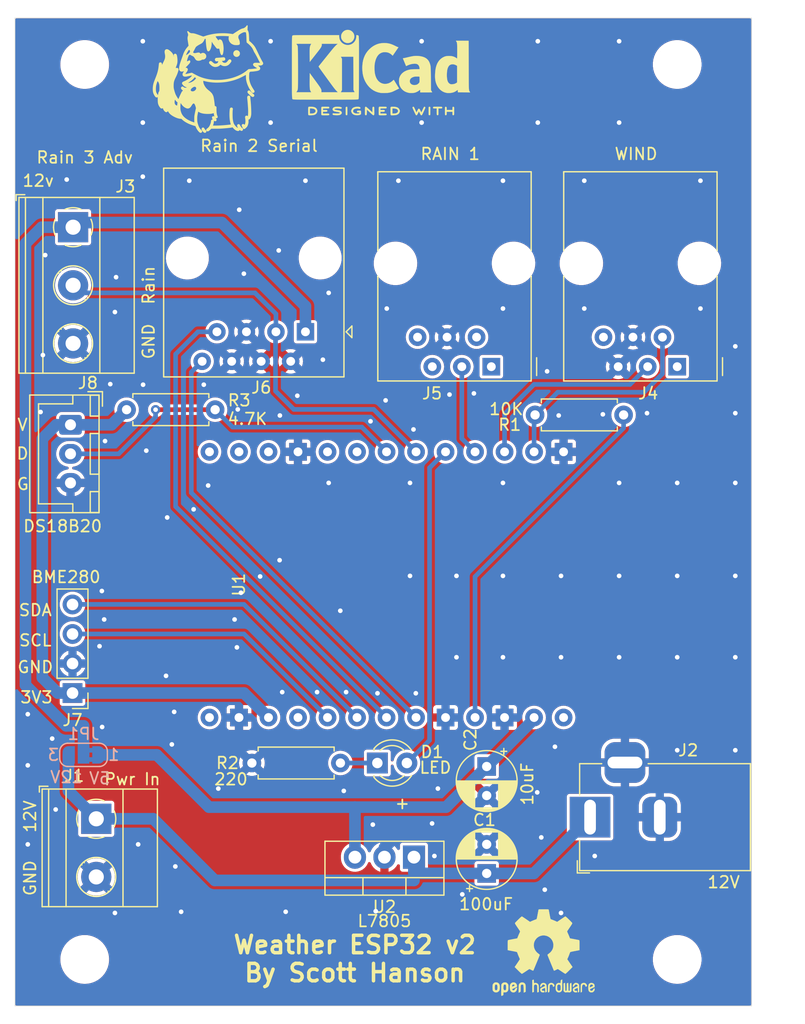
<source format=kicad_pcb>
(kicad_pcb (version 20221018) (generator pcbnew)
  (title_block (title "Weather ESP32") (date "2023-07-03") (rev "v2") (company "Scott Hanson"))
  (layers (0 "F.Cu" signal) (31 "B.Cu" signal) (34 "B.Paste" user) (35 "F.Paste" user) (36 "B.SilkS" user "B.Silkscreen") (37 "F.SilkS" user "F.Silkscreen") (38 "B.Mask" user) (39 "F.Mask" user) (44 "Edge.Cuts" user))
  (net 0 "")
  (net 1 "GND")
  (net 2 "+5V")
  (net 3 "+3V3")
  (net 6 "+12V")
  (net 8 "WDIR")
  (net 9 "WSPEED")
  (net 13 "TXD")
  (net 14 "RXD")
  (net 15 "RAIN1")
  (net 16 "RAIN2")
  (net 17 "Net-(D1-K)")
  (net 18 "Net-(D1-A)")
  (net 19 "SCL")
  (net 20 "SDA")
  (net 21 "1-Wire")
  (net 22 "RAIN_PWR")
  (net 30 "+3.3VP")
  (footprint "TerminalBlock_Phoenix:TerminalBlock_Phoenix_MKDS-1,5-3_1x03_P5.00mm_Horizontal" (layer "F.Cu") (at 124 77 -90)
    (fp_text reference "J3" (at -3.5 -4.5) (layer "F.SilkS"))
    (fp_text value "Rain 3 Adv" (at -6 -1) (layer "F.SilkS"))
    (pad "1" thru_hole rect (at 0 0 270) (size 2.6 2.6) (drill 1.3) (layers "*.Cu" "*.Mask") (net 22 "RAIN_PWR"))
    (pad "2" thru_hole circle (at 5 0 270) (size 2.6 2.6) (drill 1.3) (layers "*.Cu" "*.Mask") (net 16 "RAIN2"))
    (pad "3" thru_hole circle (at 10 0 270) (size 2.6 2.6) (drill 1.3) (layers "*.Cu" "*.Mask") (net 1 "GND"))
  )
  (footprint "Resistor_THT:R_Axial_DIN0207_L6.3mm_D2.5mm_P7.62mm_Horizontal" (layer "F.Cu") (at 171.385 93.15 180)
    (fp_text reference "R1" (at 9.8 -0.85) (layer "F.SilkS"))
    (fp_text value "10K" (at 10.1 0.5) (layer "F.SilkS"))
    (pad "1" thru_hole circle (at 0 0 180) (size 1.6 1.6) (drill 0.8) (layers "*.Cu" "*.Mask") (net 30 "+3.3VP"))
    (pad "2" thru_hole oval (at 7.62 0 180) (size 1.6 1.6) (drill 0.8) (layers "*.Cu" "*.Mask") (net 8 "WDIR"))
  )
  (footprint "TerminalBlock_Phoenix:TerminalBlock_Phoenix_MKDS-1,5-2_1x02_P5.00mm_Horizontal" (layer "F.Cu") (at 125.995 127.9 -90)
    (fp_text reference "J1" (at -3.7 1.9) (layer "F.SilkS"))
    (fp_text value "Pwr In" (at -3.408988 -3.1) (layer "F.SilkS"))
    (pad "1" thru_hole rect (at 0 0 270) (size 2.6 2.6) (drill 1.3) (layers "*.Cu" "*.Mask") (net 6 "+12V"))
    (pad "2" thru_hole circle (at 5 0 270) (size 2.6 2.6) (drill 1.3) (layers "*.Cu" "*.Mask") (net 1 "GND"))
  )
  (footprint "Capacitor_THT:CP_Radial_D5.0mm_P2.50mm" (layer "F.Cu") (at 159.6 132.6 90)
    (fp_text reference "C1" (at 4.6 -0.19 180) (layer "F.SilkS"))
    (fp_text value "100uF" (at -2.65 -0.05 180) (layer "F.SilkS"))
    (pad "1" thru_hole rect (at 0 0 90) (size 1.6 1.6) (drill 0.8) (layers "*.Cu" "*.Mask") (net 6 "+12V"))
    (pad "2" thru_hole circle (at 2.5 0 90) (size 1.6 1.6) (drill 0.8) (layers "*.Cu" "*.Mask") (net 1 "GND"))
  )
  (footprint "Capacitor_THT:CP_Radial_D5.0mm_P2.50mm" (layer "F.Cu") (at 159.6 123.4 -90)
    (fp_text reference "C2" (at -2.3 1.4 -270) (layer "F.SilkS"))
    (fp_text value "10uF" (at 1.5 -3.5 -270) (layer "F.SilkS"))
    (pad "1" thru_hole rect (at 0 0 270) (size 1.6 1.6) (drill 0.8) (layers "*.Cu" "*.Mask") (net 2 "+5V"))
    (pad "2" thru_hole circle (at 2.5 0 270) (size 1.6 1.6) (drill 0.8) (layers "*.Cu" "*.Mask") (net 1 "GND"))
  )
  (footprint "MountingHole:MountingHole_3.7mm" (layer "F.Cu") (at 176 140)
    (fp_text reference "H1")
    (fp_text value "MountingHole")
    (pad "" np_thru_hole circle (at 0 0) (size 3.7 3.7) (drill 3.7) (layers "*.Cu" "*.Mask"))
  )
  (footprint "MountingHole:MountingHole_3.7mm" (layer "F.Cu") (at 125 63)
    (fp_text reference "H2")
    (fp_text value "MountingHole")
    (pad "" np_thru_hole circle (at 0 0) (size 3.7 3.7) (drill 3.7) (layers "*.Cu" "*.Mask"))
  )
  (footprint "MountingHole:MountingHole_3.7mm" (layer "F.Cu") (at 176 63)
    (fp_text reference "H3")
    (fp_text value "MountingHole")
    (pad "" np_thru_hole circle (at 0 0) (size 3.7 3.7) (drill 3.7) (layers "*.Cu" "*.Mask"))
  )
  (footprint "MountingHole:MountingHole_3.7mm" (layer "F.Cu") (at 125 140)
    (fp_text reference "H4")
    (fp_text value "MountingHole")
    (pad "" np_thru_hole circle (at 0 0) (size 3.7 3.7) (drill 3.7) (layers "*.Cu" "*.Mask"))
  )
  (footprint "Connector_RJ:RJ12_Amphenol_54601" (layer "F.Cu") (at 176 89 180)
    (fp_text reference "J4" (at 2.5 -2.3 180) (layer "F.SilkS"))
    (fp_text value "WIND" (at 3.54 18.3) (layer "F.SilkS"))
    (pad "" np_thru_hole circle (at -1.91 8.89 180) (size 3.25 3.25) (drill 3.25) (layers "*.Cu" "*.Mask"))
    (pad "" np_thru_hole circle (at 8.25 8.89 180) (size 3.25 3.25) (drill 3.25) (layers "*.Cu" "*.Mask"))
    (pad "1" thru_hole rect (at 0 0 180) (size 1.52 1.52) (drill 0.76) (layers "*.Cu" "*.Mask"))
    (pad "2" thru_hole circle (at 1.27 2.54 180) (size 1.52 1.52) (drill 0.76) (layers "*.Cu" "*.Mask") (net 8 "WDIR"))
    (pad "3" thru_hole circle (at 2.54 0 180) (size 1.52 1.52) (drill 0.76) (layers "*.Cu" "*.Mask") (net 9 "WSPEED"))
    (pad "4" thru_hole circle (at 3.81 2.54 180) (size 1.52 1.52) (drill 0.76) (layers "*.Cu" "*.Mask") (net 1 "GND"))
    (pad "5" thru_hole circle (at 5.08 0 180) (size 1.52 1.52) (drill 0.76) (layers "*.Cu" "*.Mask") (net 1 "GND"))
    (pad "6" thru_hole circle (at 6.35 2.54 180) (size 1.52 1.52) (drill 0.76) (layers "*.Cu" "*.Mask"))
  )
  (footprint "Connector_RJ:RJ12_Amphenol_54601" (layer "F.Cu") (at 160 89 180)
    (fp_text reference "J5" (at 5.1 -2.3) (layer "F.SilkS"))
    (fp_text value "RAIN 1" (at 3.54 18.3) (layer "F.SilkS"))
    (pad "" np_thru_hole circle (at -1.91 8.89 180) (size 3.25 3.25) (drill 3.25) (layers "*.Cu" "*.Mask"))
    (pad "" np_thru_hole circle (at 8.25 8.89 180) (size 3.25 3.25) (drill 3.25) (layers "*.Cu" "*.Mask"))
    (pad "1" thru_hole rect (at 0 0 180) (size 1.52 1.52) (drill 0.76) (layers "*.Cu" "*.Mask"))
    (pad "2" thru_hole circle (at 1.27 2.54 180) (size 1.52 1.52) (drill 0.76) (layers "*.Cu" "*.Mask"))
    (pad "3" thru_hole circle (at 2.54 0 180) (size 1.52 1.52) (drill 0.76) (layers "*.Cu" "*.Mask") (net 15 "RAIN1"))
    (pad "4" thru_hole circle (at 3.81 2.54 180) (size 1.52 1.52) (drill 0.76) (layers "*.Cu" "*.Mask") (net 1 "GND"))
    (pad "5" thru_hole circle (at 5.08 0 180) (size 1.52 1.52) (drill 0.76) (layers "*.Cu" "*.Mask"))
    (pad "6" thru_hole circle (at 6.35 2.54 180) (size 1.52 1.52) (drill 0.76) (layers "*.Cu" "*.Mask"))
  )
  (footprint "Connector_RJ:RJ45_Amphenol_54602-x08_Horizontal" (layer "F.Cu") (at 144 86 180)
    (fp_text reference "J6" (at 3.8 -4.8) (layer "F.SilkS"))
    (fp_text value "Rain 2 Serial" (at 4 16) (layer "F.SilkS"))
    (pad "" np_thru_hole circle (at -1.27 6.35 180) (size 3.2 3.2) (drill 3.2) (layers "*.Cu" "*.Mask"))
    (pad "" np_thru_hole circle (at 10.16 6.35 180) (size 3.2 3.2) (drill 3.2) (layers "*.Cu" "*.Mask"))
    (pad "1" thru_hole rect (at 0 0 180) (size 1.5 1.5) (drill 0.76) (layers "*.Cu" "*.Mask") (net 22 "RAIN_PWR"))
    (pad "2" thru_hole circle (at 1.27 -2.54 180) (size 1.5 1.5) (drill 0.76) (layers "*.Cu" "*.Mask") (net 1 "GND"))
    (pad "3" thru_hole circle (at 2.54 0 180) (size 1.5 1.5) (drill 0.76) (layers "*.Cu" "*.Mask") (net 16 "RAIN2"))
    (pad "4" thru_hole circle (at 3.81 -2.54 180) (size 1.5 1.5) (drill 0.76) (layers "*.Cu" "*.Mask") (net 1 "GND"))
    (pad "5" thru_hole circle (at 5.08 0 180) (size 1.5 1.5) (drill 0.76) (layers "*.Cu" "*.Mask") (net 1 "GND"))
    (pad "6" thru_hole circle (at 6.35 -2.54 180) (size 1.5 1.5) (drill 0.76) (layers "*.Cu" "*.Mask") (net 1 "GND"))
    (pad "7" thru_hole circle (at 7.62 0 180) (size 1.5 1.5) (drill 0.76) (layers "*.Cu" "*.Mask") (net 14 "RXD"))
    (pad "8" thru_hole circle (at 8.89 -2.54 180) (size 1.5 1.5) (drill 0.76) (layers "*.Cu" "*.Mask") (net 13 "TXD"))
  )
  (footprint "Package_TO_SOT_THT:TO-220-3_Vertical" (layer "F.Cu") (at 153.34 131.2 180)
    (fp_text reference "U2" (at 2.54 -4.27) (layer "F.SilkS"))
    (fp_text value "L7805" (at 2.54 -5.5) (layer "F.SilkS"))
    (pad "1" thru_hole rect (at 0 0 180) (size 1.905 2) (drill 1.1) (layers "*.Cu" "*.Mask") (net 6 "+12V"))
    (pad "2" thru_hole oval (at 2.54 0 180) (size 1.905 2) (drill 1.1) (layers "*.Cu" "*.Mask") (net 1 "GND"))
    (pad "3" thru_hole oval (at 5.08 0 180) (size 1.905 2) (drill 1.1) (layers "*.Cu" "*.Mask") (net 2 "+5V"))
  )
  (footprint "Weather_ESP32:BarrelJack_Horizontal" (layer "F.Cu") (at 168.5 127.7575 180)
    (fp_text reference "J2" (at -8.45 5.75) (layer "F.SilkS"))
    (fp_text value "12V" (at -11.5 -5.6) (layer "F.SilkS"))
    (pad "1" thru_hole rect (at 0 0 180) (size 3.5 3.5) (drill oval 1 3) (layers "*.Cu" "*.Mask") (net 6 "+12V"))
    (pad "2" thru_hole roundrect (at -6 0 180) (size 3 3.5) (drill oval 1 3) (layers "*.Cu" "*.Mask") (net 1 "GND"))
    (pad "MP" thru_hole roundrect (at -3 4.7 180) (size 3.5 3.5) (drill oval 3 1) (layers "*.Cu" "*.Mask") (net 1 "GND"))
  )
  (footprint "Symbol:OSHW-Logo2_9.8x8mm_SilkScreen" (layer "F.Cu") (at 164.5 139.4)
    (fp_text reference "REF**" hide)
    (fp_text value "OSHW-Logo2_9.8x8mm_SilkScreen" hide)
  )
  (footprint "Symbol:KiCad-Logo2_6mm_SilkScreen" (layer "F.Cu") (at 150.5 63)
    (fp_text reference "REF**" hide)
    (fp_text value "KiCad-Logo2_6mm_SilkScreen" hide)
  )
  (footprint "Resistor_THT:R_Axial_DIN0207_L6.3mm_D2.5mm_P7.62mm_Horizontal" (layer "F.Cu") (at 139.39 123.1)
    (fp_text reference "R2" (at -2.1 0) (layer "F.SilkS"))
    (fp_text value "220" (at -1.8 1.4) (layer "F.SilkS"))
    (pad "1" thru_hole circle (at 0 0) (size 1.6 1.6) (drill 0.8) (layers "*.Cu" "*.Mask") (net 1 "GND"))
    (pad "2" thru_hole oval (at 7.62 0) (size 1.6 1.6) (drill 0.8) (layers "*.Cu" "*.Mask") (net 17 "Net-(D1-K)"))
  )
  (footprint "Resistor_THT:R_Axial_DIN0207_L6.3mm_D2.5mm_P7.62mm_Horizontal" (layer "F.Cu") (at 136.225 92.7 180)
    (fp_text reference "R3" (at -2.075 0.8) (layer "F.SilkS"))
    (fp_text value "4.7K" (at -2.775 -0.8) (layer "F.SilkS"))
    (pad "1" thru_hole circle (at 0 0 180) (size 1.6 1.6) (drill 0.8) (layers "*.Cu" "*.Mask") (net 21 "1-Wire"))
    (pad "2" thru_hole oval (at 7.62 0 180) (size 1.6 1.6) (drill 0.8) (layers "*.Cu" "*.Mask") (net 3 "+3V3"))
  )
  (footprint "Connector_JST:JST_XH_B3B-XH-A_1x03_P2.50mm_Vertical" (layer "F.Cu") (at 123.775 94 -90)
    (fp_text reference "J8" (at -3.6 -1.5) (layer "F.SilkS"))
    (fp_text value "DS18B20" (at 8.725 0.675) (layer "F.SilkS"))
    (pad "1" thru_hole roundrect (at 0 0 270) (size 1.7 1.95) (drill 0.95) (layers "*.Cu" "*.Mask") (roundrect_rratio 0.1470588235) (net 3 "+3V3"))
    (pad "2" thru_hole oval (at 2.5 0 270) (size 1.7 1.95) (drill 0.95) (layers "*.Cu" "*.Mask") (net 21 "1-Wire"))
    (pad "3" thru_hole oval (at 5 0 270) (size 1.7 1.95) (drill 0.95) (layers "*.Cu" "*.Mask") (net 1 "GND"))
  )
  (footprint "Weather_ESP32:chewi_15" (layer "F.Cu") (at 135.4 63.1)
    (fp_text reference "G***")
    (fp_text value "LOGO" hide)
  )
  (footprint "Connector_PinHeader_2.54mm:PinHeader_1x04_P2.54mm_Vertical" (layer "F.Cu") (at 123.95 117.08 180)
    (fp_text reference "J7" (at 0 -2.33) (layer "F.SilkS"))
    (fp_text value "BME280" (at 0.55 9.98) (layer "F.SilkS"))
    (pad "1" thru_hole rect (at 0 0 180) (size 1.7 1.7) (drill 1) (layers "*.Cu" "*.Mask") (net 3 "+3V3"))
    (pad "2" thru_hole oval (at 0 2.54 180) (size 1.7 1.7) (drill 1) (layers "*.Cu" "*.Mask") (net 1 "GND"))
    (pad "3" thru_hole oval (at 0 5.08 180) (size 1.7 1.7) (drill 1) (layers "*.Cu" "*.Mask") (net 19 "SCL"))
    (pad "4" thru_hole oval (at 0 7.62 180) (size 1.7 1.7) (drill 1) (layers "*.Cu" "*.Mask") (net 20 "SDA"))
  )
  (footprint "LED_THT:LED_D3.0mm" (layer "F.Cu") (at 150.19 123.1)
    (fp_text reference "D1" (at 4.71 -0.95) (layer "F.SilkS"))
    (fp_text value "LED" (at 5 0.4) (layer "F.SilkS"))
    (pad "1" thru_hole rect (at 0 0) (size 1.8 1.8) (drill 0.9) (layers "*.Cu" "*.Mask") (net 17 "Net-(D1-K)"))
    (pad "2" thru_hole circle (at 2.54 0) (size 1.8 1.8) (drill 0.9) (layers "*.Cu" "*.Mask") (net 18 "Net-(D1-A)"))
  )
  (footprint "ESP32:WT32_ETH01" (layer "F.Cu") (at 131.95 107.05 90)
    (fp_text reference "U1" (at -0.70612 6.31952 90) (layer "F.SilkS"))
    (fp_text value "WT32_ETH01")
    (pad "1" thru_hole circle (at -12.13612 3.78968 90) (size 1.524 1.524) (drill 0.762) (layers "*.Cu" "*.Mask"))
    (pad "2" thru_hole rect (at -12.13612 6.32968 90) (size 1.524 1.524) (drill 0.762) (layers "*.Cu" "*.Mask") (net 1 "GND"))
    (pad "3" thru_hole circle (at -12.13612 8.86968 90) (size 1.524 1.524) (drill 0.762) (layers "*.Cu" "*.Mask") (net 3 "+3V3"))
    (pad "4" thru_hole circle (at -12.13612 11.40968 90) (size 1.524 1.524) (drill 0.762) (layers "*.Cu" "*.Mask"))
    (pad "5" thru_hole circle (at -12.13612 13.94968 90) (size 1.524 1.524) (drill 0.762) (layers "*.Cu" "*.Mask") (net 19 "SCL"))
    (pad "6" thru_hole circle (at -12.13612 16.48968 90) (size 1.524 1.524) (drill 0.762) (layers "*.Cu" "*.Mask") (net 20 "SDA"))
    (pad "7" thru_hole circle (at -12.13612 19.02968 90) (size 1.524 1.524) (drill 0.762) (layers "*.Cu" "*.Mask") (net 14 "RXD"))
    (pad "8" thru_hole circle (at -12.13612 21.56968 90) (size 1.524 1.524) (drill 0.762) (layers "*.Cu" "*.Mask") (net 13 "TXD"))
    (pad "9" thru_hole rect (at -12.13612 24.10968 90) (size 1.524 1.524) (drill 0.762) (layers "*.Cu" "*.Mask") (net 1 "GND"))
    (pad "10" thru_hole circle (at -12.13612 26.64968 90) (size 1.524 1.524) (drill 0.762) (layers "*.Cu" "*.Mask") (net 30 "+3.3VP"))
    (pad "11" thru_hole rect (at -12.13612 29.18968 90) (size 1.524 1.524) (drill 0.762) (layers "*.Cu" "*.Mask") (net 1 "GND"))
    (pad "12" thru_hole circle (at -12.13612 31.72968 90) (size 1.524 1.524) (drill 0.762) (layers "*.Cu" "*.Mask") (net 2 "+5V"))
    (pad "13" thru_hole circle (at -12.13612 34.26968 90) (size 1.524 1.524) (drill 0.762) (layers "*.Cu" "*.Mask"))
    (pad "14" thru_hole circle (at 10.72388 3.78968 90) (size 1.524 1.524) (drill 0.762) (layers "*.Cu" "*.Mask"))
    (pad "15" thru_hole circle (at 10.72388 6.32968 90) (size 1.524 1.524) (drill 0.762) (layers "*.Cu" "*.Mask"))
    (pad "16" thru_hole circle (at 10.72388 8.86968 90) (size 1.524 1.524) (drill 0.762) (layers "*.Cu" "*.Mask"))
    (pad "17" thru_hole rect (at 10.72388 11.40968 90) (size 1.524 1.524) (drill 0.762) (layers "*.Cu" "*.Mask") (net 1 "GND"))
    (pad "18" thru_hole circle (at 10.72388 13.94968 90) (size 1.524 1.524) (drill 0.762) (layers "*.Cu" "*.Mask"))
    (pad "19" thru_hole circle (at 10.72388 16.48968 90) (size 1.524 1.524) (drill 0.762) (layers "*.Cu" "*.Mask"))
    (pad "20" thru_hole circle (at 10.72388 19.02968 90) (size 1.524 1.524) (drill 0.762) (layers "*.Cu" "*.Mask") (net 21 "1-Wire"))
    (pad "21" thru_hole circle (at 10.72388 21.56968 90) (size 1.524 1.524) (drill 0.762) (layers "*.Cu" "*.Mask") (net 16 "RAIN2"))
    (pad "22" thru_hole circle (at 10.72388 24.10968 90) (size 1.524 1.524) (drill 0.762) (layers "*.Cu" "*.Mask") (net 18 "Net-(D1-A)"))
    (pad "23" thru_hole circle (at 10.72388 26.64968 90) (size 1.524 1.524) (drill 0.762) (layers "*.Cu" "*.Mask") (net 15 "RAIN1"))
    (pad "24" thru_hole circle (at 10.72388 29.18968 90) (size 1.524 1.524) (drill 0.762) (layers "*.Cu" "*.Mask") (net 9 "WSPEED"))
    (pad "25" thru_hole circle (at 10.72388 31.72968 90) (size 1.524 1.524) (drill 0.762) (layers "*.Cu" "*.Mask") (net 8 "WDIR"))
    (pad "26" thru_hole rect (at 10.72388 34.26968 90) (size 1.524 1.524) (drill 0.762) (layers "*.Cu" "*.Mask") (net 1 "GND"))
  )
  (footprint "Jumper:SolderJumper-3_P1.3mm_Bridged2Bar12_RoundedPad1.0x1.5mm_NumberLabels" (layer "B.Cu") (at 124.9 122.4 180)
    (fp_text reference "JP1" (at 0 1.8) (layer "B.SilkS") (effects (justify mirror)))
    (fp_text value "Rain_PWR_Jumper")
    (fp_text user "3" (at 2.6 0) (layer "B.SilkS") (effects (justify mirror)))
    (fp_text user "1" (at -2.6 0) (layer "B.SilkS") (effects (justify mirror)))
    (fp_poly (pts (xy -0.9 -0.2) (xy -0.4 -0.2) (xy -0.4 -0.6) (xy -0.9 -0.6)) (fill solid) (layer "B.Cu"))
    (fp_poly (pts (xy -0.9 0.6) (xy -0.4 0.6) (xy -0.4 0.2) (xy -0.9 0.2)) (fill solid) (layer "B.Cu"))
    (pad "1" smd custom (at -1.3 0 180) (size 1 0.5) (layers "B.Cu" "B.Mask") (net 2 "+5V") (options (clearance outline) (anchor rect)) (primitives (gr_circle (center 0 -0.25) (end 0.5 -0.25) (width 0) (fill yes)) (gr_circle (center 0 0.25) (end 0.5 0.25) (width 0) (fill yes)) (gr_poly (pts (xy 0.55 -0.75) (xy 0 -0.75) (xy 0 0.75) (xy 0.55 0.75)) (width 0) (fill yes))))
    (pad "2" smd rect (at 0 0 180) (size 1 1.5) (layers "B.Cu" "B.Mask") (net 22 "RAIN_PWR"))
    (pad "3" smd custom (at 1.3 0 180) (size 1 0.5) (layers "B.Cu" "B.Mask") (net 6 "+12V") (options (clearance outline) (anchor rect)) (primitives (gr_circle (center 0 -0.25) (end 0.5 -0.25) (width 0) (fill yes)) (gr_circle (center 0 0.25) (end 0.5 0.25) (width 0) (fill yes)) (gr_poly (pts (xy 0 -0.75) (xy -0.55 -0.75) (xy -0.55 0.75) (xy 0 0.75)) (width 0) (fill yes))))
  )
  (gr_line (start 182.4 59) (end 119 59) (stroke (width 0.05)) (layer "Edge.Cuts"))
  (gr_line (start 182.4 144) (end 182.4 59) (stroke (width 0.05)) (layer "Edge.Cuts"))
  (gr_line (start 119 144) (end 182.4 144) (stroke (width 0.05)) (layer "Edge.Cuts"))
  (gr_line (start 119 59) (end 119 144) (stroke (width 0.05)) (layer "Edge.Cuts"))
  (gr_text "12V" (at 124.9 124.9) (layer "B.SilkS") (effects (font (size 1 1)) (justify left bottom mirror)))
  (gr_text "5V" (at 127.3 125) (layer "B.SilkS") (effects (font (size 1 1)) (justify left bottom mirror)))
  (gr_text "GND" (at 130.5 86.825 90) (layer "F.SilkS") (effects (font (size 1 1))))
  (gr_text "12v" (at 121 73) (layer "F.SilkS") (effects (font (size 1 1))))
  (gr_text "12V" (at 120.3 127.7 90) (layer "F.SilkS") (effects (font (size 1 1))))
  (gr_text "D" (at 119.65 96.475) (layer "F.SilkS") (effects (font (size 1 1))))
  (gr_text "3V3" (at 120.85 117.45) (layer "F.SilkS") (effects (font (size 1 1))))
  (gr_text "SCL" (at 120.75 112.55) (layer "F.SilkS") (effects (font (size 1 1))))
  (gr_text "V" (at 119.65 94) (layer "F.SilkS") (effects (font (size 1 1))))
  (gr_text "G" (at 119.675 99.1) (layer "F.SilkS") (effects (font (size 1 1))))
  (gr_text "SDA" (at 120.75 109.95) (layer "F.SilkS") (effects (font (size 1 1))))
  (gr_text "+" (at 152.34 126.7 180) (layer "F.SilkS") (effects (font (size 1 1))))
  (gr_text "Rain" (at 130.5 82 90) (layer "F.SilkS") (effects (font (size 1 1))))
  (gr_text "${TITLE} ${REVISION}\nBy ${COMPANY}" (at 148.25 139.95) (layer "F.SilkS") (effects (font (size 1.5 1.5) (thickness 0.3))))
  (gr_text "GND" (at 120.75 114.85) (layer "F.SilkS") (effects (font (size 1 1))))
  (gr_text "GND" (at 120.3 133 90) (layer "F.SilkS") (effects (font (size 1 1))))
  (via (at 178 84) (size 0.8) (drill 0.4) (layers "F.Cu" "B.Cu") (net 1))
  (via (at 161 107) (size 0.8) (drill 0.4) (layers "F.Cu" "B.Cu") (net 1))
  (via (at 123.45 72.9) (size 0.8) (drill 0.4) (layers "F.Cu" "B.Cu") (net 1))
  (via (at 130 68) (size 0.8) (drill 0.4) (layers "F.Cu" "B.Cu") (net 1))
  (via (at 127.7 81.3) (size 0.8) (drill 0.4) (layers "F.Cu" "B.Cu") (net 1))
  (via (at 144 73) (size 0.8) (drill 0.4) (layers "F.Cu" "B.Cu") (net 1))
  (via (at 178 73) (size 0.8) (drill 0.4) (layers "F.Cu" "B.Cu") (net 1))
  (via (at 176 99) (size 0.8) (drill 0.4) (layers "F.Cu" "B.Cu") (net 1))
  (via (at 166 136) (size 0.8) (drill 0.4) (layers "F.Cu" "B.Cu") (net 1))
  (via (at 134.375 101.275) (size 0.8) (drill 0.4) (layers "F.Cu" "B.Cu") (net 1))
  (via (at 133.3 135.9) (size 0.8) (drill 0.4) (layers "F.Cu" "B.Cu") (net 1))
  (via (at 173.4 93) (size 0.8) (drill 0.4) (layers "F.Cu" "B.Cu") (net 1))
  (via (at 176 114) (size 0.8) (drill 0.4) (layers "F.Cu" "B.Cu") (net 1))
  (via (at 165.475 121.7) (size 0.8) (drill 0.4) (layers "F.Cu" "B.Cu") (net 1))
  (via (at 146 99) (size 0.8) (drill 0.4) (layers "F.Cu" "B.Cu") (net 1))
  (via (at 126.675 110.75) (size 0.8) (drill 0.4) (layers "F.Cu" "B.Cu") (net 1))
  (via (at 130 61) (size 0.8) (drill 0.4) (layers "F.Cu" "B.Cu") (net 1))
  (via (at 130 72.65) (size 0.8) (drill 0.4) (layers "F.Cu" "B.Cu") (net 1))
  (via (at 138.1 113.15) (size 0.8) (drill 0.4) (layers "F.Cu" "B.Cu") (net 1))
  (via (at 141.7 79) (size 0.8) (drill 0.4) (layers "F.Cu" "B.Cu") (net 1))
  (via (at 147 110) (size 0.8) (drill 0.4) (layers "F.Cu" "B.Cu") (net 1))
  (via (at 153.3 94.4) (size 0.8) (drill 0.4) (layers "F.Cu" "B.Cu") (net 1))
  (via (at 181 114) (size 0.8) (drill 0.4) (layers "F.Cu" "B.Cu") (net 1))
  (via (at 126.475 108.3) (size 0.8) (drill 0.4) (layers "F.Cu" "B.Cu") (net 1))
  (via (at 153.5 117.1) (size 0.8) (drill 0.4) (layers "F.Cu" "B.Cu") (net 1))
  (via (at 132 115.6) (size 0.8) (drill 0.4) (layers "F.Cu" "B.Cu") (net 1))
  (via (at 176 122) (size 0.8) (drill 0.4) (layers "F.Cu" "B.Cu") (net 1))
  (via (at 158.5 91.3) (size 0.8) (drill 0.4) (layers "F.Cu" "B.Cu") (net 1))
  (via (at 143.3 91.5) (size 0.8) (drill 0.4) (layers "F.Cu" "B.Cu") (net 1))
  (via (at 154.9 128.3) (size 0.8) (drill 0.4) (layers "F.Cu" "B.Cu") (net 1))
  (via (at 166 107) (size 0.8) (drill 0.4) (layers "F.Cu" "B.Cu") (net 1))
  (via (at 169.6 93.1) (size 0.8) (drill 0.4) (layers "F.Cu" "B.Cu") (net 1))
  (via (at 121.6 79.4) (size 0.8) (drill 0.4) (layers "F.Cu" "B.Cu") (net 1))
  (via (at 168 73) (size 0.8) (drill 0.4) (layers "F.Cu" "B.Cu") (net 1))
  (via (at 138.45 108.45) (size 0.8) (drill 0.4) (layers "F.Cu" "B.Cu") (net 1))
  (via (at 164.6 134) (size 0.8) (drill 0.4) (layers "F.Cu" "B.Cu") (net 1))
  (via (at 127.6 84.3) (size 0.8) (drill 0.4) (layers "F.Cu" "B.Cu") (net 1))
  (via (at 130.025 90.55) (size 0.8) (drill 0.4) (layers "F.Cu" "B.Cu") (net 1))
  (via (at 161 114) (size 0.8) (drill 0.4) (layers "F.Cu" "B.Cu") (net 1))
  (via (at 129.6 130.1) (size 0.8) (drill 0.4) (layers "F.Cu" "B.Cu") (net 1))
  (via (at 142.3 135.9) (size 0.8) (drill 0.4) (layers "F.Cu" "B.Cu") (net 1))
  (via (at 171 107) (size 0.8) (drill 0.4) (layers "F.Cu" "B.Cu") (net 1))
  (via (at 151 84) (size 0.8) (drill 0.4) (layers "F.Cu" "B.Cu") (net 1))
  (via (at 127.2 90.5) (size 0.8) (drill 0.4) (layers "F.Cu" "B.Cu") (net 1))
  (via (at 122.2 121) (size 0.8) (drill 0.4) (layers "F.Cu" "B.Cu") (net 1))
  (via (at 135.625 99.225) (size 0.8) (drill 0.4) (layers "F.Cu" "B.Cu") (net 1))
  (via (at 146 82.65) (size 0.8) (drill 0.4) (layers "F.Cu" "B.Cu") (net 1))
  (via (at 166 114) (size 0.8) (drill 0.4) (layers "F.Cu" "B.Cu") (net 1))
  (via (at 141 68) (size 0.8) (drill 0.4) (layers "F.Cu" "B.Cu") (net 1))
  (via (at 181 87.25) (size 0.8) (drill 0.4) (layers "F.Cu" "B.Cu") (net 1))
  (via (at 171 99) (size 0.8) (drill 0.4) (layers "F.Cu" "B.Cu") (net 1))
  (via (at 130.3 96.225) (size 0.8) (drill 0.4) (layers "F.Cu" "B.Cu") (net 1))
  (via (at 145 117) (size 0.8) (drill 0.4) (layers "F.Cu" "B.Cu") (net 1))
  (via (at 136.5 125.3) (size 0.8) (drill 0.4) (layers "F.Cu" "B.Cu") (net 1))
  (via (at 150.2 117.1) (size 0.8) (drill 0.4) (layers "F.Cu" "B.Cu") (net 1))
  (via (at 165.8 93.2) (size 0.8) (drill 0.4) (layers "F.Cu" "B.Cu") (net 1))
  (via (at 120.1 118.9) (size 0.8) (drill 0.4) (layers "F.Cu" "B.Cu") (net 1))
  (via (at 176 107) (size 0.8) (drill 0.4) (layers "F.Cu" "B.Cu") (net 1))
  (via (at 141.775 105.65) (size 0.8) (drill 0.4) (layers "F.Cu" "B.Cu") (net 1))
  (via (at 126.275 113.05) (size 0.8) (drill 0.4) (layers "F.Cu" "B.Cu") (net 1))
  (via (at 134 73) (size 0.8) (drill 0.4) (layers "F.Cu" "B.Cu") (net 1))
  (via (at 181 107) (size 0.8) (drill 0.4) (layers "F.Cu" "B.Cu") (net 1))
  (via (at 132.7 118.7) (size 0.8) (drill 0.4) (layers "F.Cu" "B.Cu") (net 1))
  (via (at 155.4 125.3) (size 0.8) (drill 0.4) (layers "F.Cu" "B.Cu") (net 1))
  (via (at 163.95 125.625) (size 0.8) (drill 0.4) (layers "F.Cu" "B.Cu") (net 1))
  (via (at 168.9 131.1) (size 0.8) (drill 0.4) (layers "F.Cu" "B.Cu") (net 1))
  (via (at 171 68) (size 0.8) (drill 0.4) (layers "F.Cu" "B.Cu") (net 1))
  (via (at 157.5 134.4) (size 0.8) (drill 0.4) (layers "F.Cu" "B.Cu") (net 1))
  (via (at 149.8 128.4) (size 0.8) (drill 0.4) (layers "F.Cu" "B.Cu") (net 1))
  (via (at 127.6 136) (size 0.8) (drill 0.4) (layers "F.Cu" "B.Cu") (net 1))
  (via (at 161 73) (size 0.8) (drill 0.4) (layers "F.Cu" "B.Cu") (net 1))
  (via (at 164.3 129.5) (size 0.8) (drill 0.4) (layers "F.Cu" "B.Cu") (net 1))
  (via (at 152 73) (size 0.8) (drill 0.4) (layers "F.Cu" "B.Cu") (net 1))
  (via (at 140.1 107.05) (size 0.8) (drill 0.4) (layers "F.Cu" "B.Cu") (net 1))
  (via (at 153 107) (size 0.8) (drill 0.4) (layers "F.Cu" "B.Cu") (net 1))
  (via (at 138.175 92.675) (size 0.8) (drill 0.4) (layers "F.Cu" "B.Cu") (net 1))
  (via (at 132.1 101.975) (size 0.8) (drill 0.4) (layers "F.Cu" "B.Cu") (net 1))
  (via (at 149.6 93.7) (size 0.8) (drill 0.4) (layers "F.Cu" "B.Cu") (net 1))
  (via (at 121.4 88) (size 0.8) (drill 0.4) (layers "F.Cu" "B.Cu") (net 1))
  (via (at 154 68) (size 0.8) (drill 0.4) (layers "F.Cu" "B.Cu") (net 1))
  (via (at 132.5 121.5) (size 0.8) (drill 0.4) (layers "F.Cu" "B.Cu") (net 1))
  (via (at 120.1 130.1) (size 0.8) (drill 0.4) (layers "F.Cu" "B.Cu") (net 1))
  (via (at 161 99) (size 0.8) (drill 0.4) (layers "F.Cu" "B.Cu") (net 1))
  (via (at 147.5 117) (size 0.8) (drill 0.4) (layers "F.Cu" "B.Cu") (net 1))
  (via (at 181 93) (size 0.8) (drill 0.4) (layers "F.Cu" "B.Cu") (net 1))
  (via (at 161 84) (size 0.8) (drill 0.4) (layers "F.Cu" "B.Cu") (net 1))
  (via (at 137.9 110.75) (size 0.8) (drill 0.4) (layers "F.Cu" "B.Cu") (net 1))
  (via (at 164 61) (size 0.8) (drill 0.4) (layers "F.Cu" "B.Cu") (net 1))
  (via (at 145.5 88.4) (size 0.8) (drill 0.4) (layers "F.Cu" "B.Cu") (net 1))
  (via (at 153 99) (size 0.8) (drill 0.4) (layers "F.Cu" "B.Cu") (net 1))
  (via (at 126.5 120) (size 0.8) (drill 0.4) (layers "F.Cu" "B.Cu") (net 1))
  (via (at 147.3 125.5) (size 0.8) (drill 0.4) (layers "F.Cu" "B.Cu") (net 1))
  (via (at 150.05 135.85) (size 0.8) (drill 0.4) (layers "F.Cu" "B.Cu") (net 1))
  (via (at 156.4 91.4) (size 0.8) (drill 0.4) (layers "F.Cu" "B.Cu") (net 1))
  (via (at 157 107) (size 0.8) (drill 0.4) (layers "F.Cu" "B.Cu") (net 1))
  (via (at 141 61) (size 0.8) (drill 0.4) (layers "F.Cu" "B.Cu") (net 1))
  (via (at 181 122) (size 0.8) (drill 0.4) (layers "F.Cu" "B.Cu") (net 1))
  (via (at 171 114) (size 0.8) (drill 0.4) (layers "F.Cu" "B.Cu") (net 1))
  (via (at 122.5 127.1) (size 0.8) (drill 0.4) (layers "F.Cu" "B.Cu") (net 1))
  (via (at 126.75 95.4) (size 0.8) (drill 0.4) (layers "F.Cu" "B.Cu") (net 1))
  (via (at 154 61) (size 0.8) (drill 0.4) (layers "F.Cu" "B.Cu") (net 1))
  (via (at 120.1 123.3) (size 0.8) (drill 0.4) (layers "F.Cu" "B.Cu") (net 1))
  (via (at 155.1 131.1) (size 0.8) (drill 0.4) (layers "F.Cu" "B.Cu") (net 1))
  (via (at 164.8 89.4) (size 0.8) (drill 0.4) (layers "F.Cu" "B.Cu") (net 1))
  (via (at 142 117) (size 0.8) (drill 0.4) (layers "F.Cu" "B.Cu") (net 1))
  (via (at 121.2 92.9) (size 0.8) (drill 0.4) (layers "F.Cu" "B.Cu") (net 1))
  (via (at 138.7 81) (size 0.8) (drill 0.4) (layers "F.Cu" "B.Cu") (net 1))
  (via (at 141.8 93.2) (size 0.8) (drill 0.4) (layers "F.Cu" "B.Cu") (net 1))
  (via (at 164 68) (size 0.8) (drill 0.4) (layers "F.Cu" "B.Cu") (net 1))
  (via (at 171 61) (size 0.8) (drill 0.4) (layers "F.Cu" "B.Cu") (net 1))
  (via (at 138.3 75.5) (size 0.8) (drill 0.4) (layers "F.Cu" "B.Cu") (net 1))
  (via (at 181 99) (size 0.8) (drill 0.4) (layers "F.Cu" "B.Cu") (net 1))
  (via (at 135.25 90.55) (size 0.8) (drill 0.4) (layers "F.Cu" "B.Cu") (net 1))
  (via (at 132.8 132) (size 0.8) (drill 0.4) (layers "F.Cu" "B.Cu") (net 1))
  (via (at 168 84) (size 0.8) (drill 0.4) (layers "F.Cu" "B.Cu") (net 1))
  (via (at 157 114) (size 0.8) (drill 0.4) (layers "F.Cu" "B.Cu") (net 1))
  (via (at 150.9 91.9) (size 0.8) (drill 0.4) (layers "F.Cu" "B.Cu") (net 1))
  (segment (start 156.105112 129.394888) (end 151.792612 129.394888) (width 1) (layer "B.Cu") (net 1))
  (segment (start 150.8 130.3875) (end 150.8 131.2) (width 1) (layer "B.Cu") (net 1))
  (segment (start 151.792612 129.394888) (end 150.8 130.3875) (width 1) (layer "B.Cu") (net 1))
  (segment (start 159.6 125.9) (end 156.105112 129.394888) (width 1) (layer "B.Cu") (net 1))
  (segment (start 148.26 126.894888) (end 156.105112 126.894888) (width 1) (layer "B.Cu") (net 2))
  (segment (start 159.6 123.4) (end 163.67968 119.32032) (width 1) (layer "B.Cu") (net 2))
  (segment (start 135.694888 126.894888) (end 148.26 126.894888) (width 1) (layer "B.Cu") (net 2))
  (segment (start 163.67968 119.32032) (end 163.67968 119.18612) (width 1) (layer "B.Cu") (net 2))
  (segment (start 131.2 122.4) (end 135.694888 126.894888) (width 1) (layer "B.Cu") (net 2))
  (segment (start 148.26 131.2) (end 148.26 126.894888) (width 1) (layer "B.Cu") (net 2))
  (segment (start 156.105112 126.894888) (end 159.6 123.4) (width 1) (layer "B.Cu") (net 2))
  (segment (start 126.2 122.4) (end 131.2 122.4) (width 1) (layer "B.Cu") (net 2))
  (segment (start 122.55 94) (end 123.775 94) (width 1) (layer "B.Cu") (net 3))
  (segment (start 122.68 117.08) (end 121.35 115.75) (width 1) (layer "B.Cu") (net 3))
  (segment (start 123.775 94) (end 127.305 94) (width 1) (layer "B.Cu") (net 3))
  (segment (start 121.35 95.2) (end 122.55 94) (width 1) (layer "B.Cu") (net 3))
  (segment (start 138.71356 117.08) (end 140.81968 119.18612) (width 1) (layer "B.Cu") (net 3))
  (segment (start 121.35 115.75) (end 121.35 95.2) (width 1) (layer "B.Cu") (net 3))
  (segment (start 123.95 117.08) (end 138.71356 117.08) (width 1) (layer "B.Cu") (net 3))
  (segment (start 127.305 94) (end 128.605 92.7) (width 1) (layer "B.Cu") (net 3))
  (segment (start 123.95 117.08) (end 122.68 117.08) (width 1) (layer "B.Cu") (net 3))
  (segment (start 123.6 125.505) (end 125.995 127.9) (width 1) (layer "B.Cu") (net 6))
  (segment (start 123.6 122.4) (end 123.6 125.505) (width 1) (layer "B.Cu") (net 6))
  (segment (start 125.995 127.9) (end 130.9 127.9) (width 1) (layer "B.Cu") (net 6))
  (segment (start 168.5 127.7575) (end 163.6575 132.6) (width 1) (layer "B.Cu") (net 6))
  (segment (start 163.6575 132.6) (end 153.44 132.6) (width 1) (layer "B.Cu") (net 6))
  (segment (start 153.34 132.5) (end 153.34 131.2) (width 1) (layer "B.Cu") (net 6))
  (segment (start 153.34 133.2) (end 153.34 131.2) (width 1) (layer "B.Cu") (net 6))
  (segment (start 153.44 132.6) (end 153.34 132.5) (width 1) (layer "B.Cu") (net 6))
  (segment (start 136.2 133.2) (end 153.34 133.2) (width 1) (layer "B.Cu") (net 6))
  (segment (start 130.9 127.9) (end 136.2 133.2) (width 1) (layer "B.Cu") (net 6))
  (segment (start 165.715 91.2) (end 173.14 91.2) (width 0.4) (layer "B.Cu") (net 8))
  (segment (start 163.67968 93.23532) (end 163.765 93.15) (width 0.4) (layer "B.Cu") (net 8))
  (segment (start 163.67968 96.32612) (end 163.67968 93.23532) (width 0.4) (layer "B.Cu") (net 8))
  (segment (start 163.765 93.15) (end 165.715 91.2) (width 0.4) (layer "B.Cu") (net 8))
  (segment (start 174.73 89.61) (end 174.73 86.46) (width 0.4) (layer "B.Cu") (net 8))
  (segment (start 173.14 91.2) (end 174.73 89.61) (width 0.4) (layer "B.Cu") (net 8))
  (segment (start 161.13968 93.06032) (end 161.13968 96.32612) (width 0.4) (layer "B.Cu") (net 9))
  (segment (start 173.46 89) (end 171.935 90.525) (width 0.4) (layer "B.Cu") (net 9))
  (segment (start 163.675 90.525) (end 161.13968 93.06032) (width 0.4) (layer "B.Cu") (net 9))
  (segment (start 171.935 90.525) (end 163.675 90.525) (width 0.4) (layer "B.Cu") (net 9))
  (segment (start 135.11 88.54) (end 134.175 89.475) (width 0.4) (layer "B.Cu") (net 13))
  (segment (start 134.175 89.475) (end 134.175 99.84144) (width 0.4) (layer "B.Cu") (net 13))
  (segment (start 134.175 99.84144) (end 153.51968 119.18612) (width 0.4) (layer "B.Cu") (net 13))
  (segment (start 132.825 87.925) (end 132.825 101.03144) (width 0.4) (layer "B.Cu") (net 14))
  (segment (start 134.75 86) (end 132.825 87.925) (width 0.4) (layer "B.Cu") (net 14))
  (segment (start 132.825 101.03144) (end 150.97968 119.18612) (width 0.4) (layer "B.Cu") (net 14))
  (segment (start 136.38 86) (end 134.75 86) (width 0.4) (layer "B.Cu") (net 14))
  (segment (start 157.46 89) (end 157.46 95.18644) (width 0.4) (layer "B.Cu") (net 15))
  (segment (start 157.46 95.18644) (end 158.59968 96.32612) (width 0.4) (layer "B.Cu") (net 15))
  (segment (start 141.46 84.46) (end 139.65 82.65) (width 0.4) (layer "B.Cu") (net 16))
  (segment (start 139.65 82.65) (end 124.65 82.65) (width 0.4) (layer "B.Cu") (net 16))
  (segment (start 141.46 86) (end 141.46 84.46) (width 0.4) (layer "B.Cu") (net 16))
  (segment (start 141.425 91.1) (end 141.425 86.035) (width 0.4) (layer "B.Cu") (net 16))
  (segment (start 143 92.675) (end 141.425 91.1) (width 0.4) (layer "B.Cu") (net 16))
  (segment (start 149.86856 92.675) (end 143 92.675) (width 0.4) (layer "B.Cu") (net 16))
  (segment (start 153.51968 96.32612) (end 149.86856 92.675) (width 0.4) (layer "B.Cu") (net 16))
  (segment (start 124.65 82.65) (end 124 82) (width 0.4) (layer "B.Cu") (net 16))
  (segment (start 141.425 86.035) (end 141.46 86) (width 0.4) (layer "B.Cu") (net 16))
  (segment (start 150.19 123.1) (end 147.01 123.1) (width 0.4) (layer "B.Cu") (net 17))
  (segment (start 154.68168 121.14832) (end 152.73 123.1) (width 0.4) (layer "B.Cu") (net 18))
  (segment (start 156.05968 96.32612) (end 154.68168 97.70412) (width 0.4) (layer "B.Cu") (net 18))
  (segment (start 154.68168 97.70412) (end 154.68168 121.14832) (width 0.4) (layer "B.Cu") (net 18))
  (segment (start 138.71356 112) (end 145.89968 119.18612) (width 0.4) (layer "B.Cu") (net 19))
  (segment (start 123.95 112) (end 138.71356 112) (width 0.4) (layer "B.Cu") (net 19))
  (segment (start 123.96 109.45) (end 123.95 109.46) (width 0.4) (layer "B.Cu") (net 20))
  (segment (start 148.43968 119.18612) (end 138.70356 109.45) (width 0.4) (layer "B.Cu") (net 20))
  (segment (start 138.70356 109.45) (end 123.96 109.45) (width 0.4) (layer "B.Cu") (net 20))
  (segment (start 136.225 92.7) (end 131.100002 92.7) (width 0.4) (layer "F.Cu") (net 21))
  (segment (start 131.100002 92.7) (end 131.1 92.699998) (width 0.4) (layer "F.Cu") (net 21))
  (via (at 131.1 92.699998) (size 0.8) (drill 0.4) (layers "F.Cu" "B.Cu") (net 21))
  (segment (start 127.925 96.5) (end 131.1 93.325) (width 0.4) (layer "B.Cu") (net 21))
  (segment (start 123.775 96.5) (end 127.925 96.5) (width 0.4) (layer "B.Cu") (net 21))
  (segment (start 148.85356 94.2) (end 137.725 94.2) (width 0.4) (layer "B.Cu") (net 21))
  (segment (start 131.1 93.325) (end 131.1 92.699998) (width 0.4) (layer "B.Cu") (net 21))
  (segment (start 137.725 94.2) (end 136.225 92.7) (width 0.4) (layer "B.Cu") (net 21))
  (segment (start 150.97968 96.32612) (end 148.85356 94.2) (width 0.4) (layer "B.Cu") (net 21))
  (segment (start 144 83.8) (end 144 86) (width 1) (layer "B.Cu") (net 22))
  (segment (start 124.9 119.9) (end 123.4 119.9) (width 1) (layer "B.Cu") (net 22))
  (segment (start 124 77) (end 124.4 76.6) (width 1) (layer "B.Cu") (net 22))
  (segment (start 124.4 76.6) (end 136.8 76.6) (width 1) (layer "B.Cu") (net 22))
  (segment (start 136.8 76.6) (end 144 83.8) (width 1) (layer "B.Cu") (net 22))
  (segment (start 124.9 122.4) (end 124.9 119.9) (width 1) (layer "B.Cu") (net 22))
  (segment (start 119.9 78.4) (end 121.3 77) (width 1) (layer "B.Cu") (net 22))
  (segment (start 123.4 119.9) (end 119.9 116.4) (width 1) (layer "B.Cu") (net 22))
  (segment (start 121.3 77) (end 124 77) (width 1) (layer "B.Cu") (net 22))
  (segment (start 119.9 116.4) (end 119.9 78.4) (width 1) (layer "B.Cu") (net 22))
  (segment (start 171.385 93.15) (end 171.385 94.28137) (width 0.4) (layer "B.Cu") (net 30))
  (segment (start 171.385 94.28137) (end 158.59968 107.06669) (width 0.4) (layer "B.Cu") (net 30))
  (segment (start 158.59968 107.06669) (end 158.59968 119.18612) (width 0.4) (layer "B.Cu") (net 30))
  (zone (net 1) (net_name "GND") (layer "F.Cu") (connect_pads (clearance 0.254)) (min_thickness 0.254) (fill yes (thermal_gap 0.308) (thermal_bridge_width 0.708))
    (polygon (pts (xy 182.4 144) (xy 119 144) (xy 119 59) (xy 182.4 59)))
  )
  (zone (net 1) (net_name "GND") (layer "B.Cu") (connect_pads (clearance 0.258)) (min_thickness 0.254) (fill yes (thermal_gap 0.308) (thermal_bridge_width 0.708))
    (polygon (pts (xy 182.4 144) (xy 119 144) (xy 119 59) (xy 182.4 59)))
  )
)
</source>
